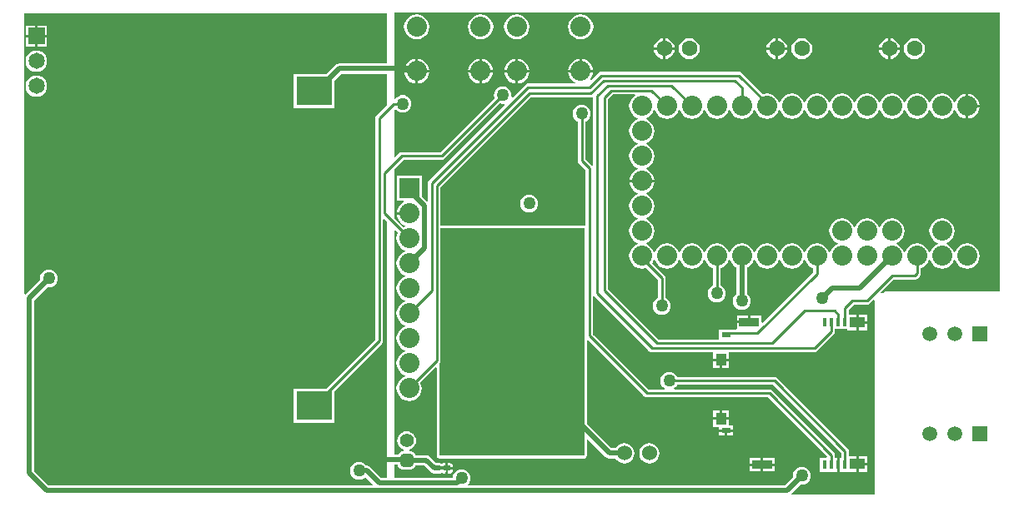
<source format=gbl>
G04 Layer_Physical_Order=2*
G04 Layer_Color=11436288*
%FSAX24Y24*%
%MOIN*%
G70*
G01*
G75*
%ADD10C,0.0100*%
%ADD27C,0.0200*%
G04:AMPARAMS|DCode=31|XSize=55.1mil|YSize=55.1mil|CornerRadius=16.5mil|HoleSize=0mil|Usage=FLASHONLY|Rotation=270.000|XOffset=0mil|YOffset=0mil|HoleType=Round|Shape=RoundedRectangle|*
%AMROUNDEDRECTD31*
21,1,0.0551,0.0220,0,0,270.0*
21,1,0.0220,0.0551,0,0,270.0*
1,1,0.0331,-0.0110,-0.0110*
1,1,0.0331,-0.0110,0.0110*
1,1,0.0331,0.0110,0.0110*
1,1,0.0331,0.0110,-0.0110*
%
%ADD31ROUNDEDRECTD31*%
%ADD32C,0.0551*%
%ADD33C,0.0630*%
%ADD34R,0.0591X0.0591*%
%ADD35C,0.0591*%
%ADD36C,0.0800*%
%ADD37R,0.0800X0.0800*%
%ADD38C,0.0650*%
%ADD39R,0.0650X0.0650*%
%ADD41C,0.0600*%
%ADD42C,0.0500*%
%ADD43C,0.0200*%
G04:AMPARAMS|DCode=44|XSize=30mil|YSize=20mil|CornerRadius=2mil|HoleSize=0mil|Usage=FLASHONLY|Rotation=0.000|XOffset=0mil|YOffset=0mil|HoleType=Round|Shape=RoundedRectangle|*
%AMROUNDEDRECTD44*
21,1,0.0300,0.0160,0,0,0.0*
21,1,0.0260,0.0200,0,0,0.0*
1,1,0.0040,0.0130,-0.0080*
1,1,0.0040,-0.0130,-0.0080*
1,1,0.0040,-0.0130,0.0080*
1,1,0.0040,0.0130,0.0080*
%
%ADD44ROUNDEDRECTD44*%
%ADD45R,0.0180X0.0360*%
%ADD46R,0.0350X0.0200*%
%ADD47R,0.0600X0.0440*%
%ADD48R,0.0790X0.0350*%
%ADD49R,0.0430X0.0470*%
%ADD50R,0.1417X0.1181*%
%ADD51R,0.0140X0.0160*%
G36*
X032747Y037736D02*
Y035038D01*
X032741Y035033D01*
X032697Y035019D01*
X032453Y035263D01*
Y036785D01*
X032477Y036794D01*
X032550Y036850D01*
X032606Y036923D01*
X032641Y037009D01*
X032653Y037100D01*
X032641Y037191D01*
X032606Y037277D01*
X032550Y037350D01*
X032477Y037406D01*
X032391Y037441D01*
X032300Y037453D01*
X032209Y037441D01*
X032123Y037406D01*
X032050Y037350D01*
X031994Y037277D01*
X031959Y037191D01*
X031947Y037100D01*
X031959Y037009D01*
X031994Y036923D01*
X032050Y036850D01*
X032123Y036794D01*
X032147Y036785D01*
Y035200D01*
X032159Y035141D01*
X032192Y035092D01*
X032447Y034837D01*
Y032644D01*
X032400Y032602D01*
X026653D01*
Y034137D01*
X030263Y037747D01*
X032633D01*
X032691Y037759D01*
X032697Y037763D01*
X032747Y037736D01*
D02*
G37*
G36*
X049000Y029982D02*
X044488D01*
X044420Y029968D01*
X044362Y029929D01*
X044342Y029900D01*
X044282D01*
X044262Y029946D01*
X044763Y030447D01*
X045600D01*
X045659Y030459D01*
X045708Y030492D01*
X045808Y030592D01*
X045841Y030641D01*
X045853Y030700D01*
Y030922D01*
X045952Y030963D01*
X046057Y031043D01*
X046137Y031148D01*
X046173Y031235D01*
X046227D01*
X046263Y031148D01*
X046343Y031043D01*
X046448Y030963D01*
X046569Y030913D01*
X046700Y030896D01*
X046831Y030913D01*
X046952Y030963D01*
X047057Y031043D01*
X047137Y031148D01*
X047173Y031235D01*
X047227D01*
X047263Y031148D01*
X047343Y031043D01*
X047448Y030963D01*
X047569Y030913D01*
X047700Y030896D01*
X047831Y030913D01*
X047952Y030963D01*
X048057Y031043D01*
X048137Y031148D01*
X048187Y031269D01*
X048204Y031400D01*
X048187Y031531D01*
X048137Y031652D01*
X048057Y031757D01*
X047952Y031837D01*
X047831Y031887D01*
X047700Y031904D01*
X047569Y031887D01*
X047448Y031837D01*
X047343Y031757D01*
X047263Y031652D01*
X047227Y031565D01*
X047173D01*
X047137Y031652D01*
X047057Y031757D01*
X046952Y031837D01*
X046865Y031873D01*
Y031927D01*
X046952Y031963D01*
X047057Y032043D01*
X047137Y032148D01*
X047187Y032269D01*
X047204Y032400D01*
X047187Y032531D01*
X047137Y032652D01*
X047057Y032757D01*
X046952Y032837D01*
X046831Y032887D01*
X046700Y032904D01*
X046569Y032887D01*
X046448Y032837D01*
X046343Y032757D01*
X046263Y032652D01*
X046213Y032531D01*
X046196Y032400D01*
X046213Y032269D01*
X046263Y032148D01*
X046343Y032043D01*
X046448Y031963D01*
X046535Y031927D01*
Y031873D01*
X046448Y031837D01*
X046343Y031757D01*
X046263Y031652D01*
X046227Y031565D01*
X046173D01*
X046137Y031652D01*
X046057Y031757D01*
X045952Y031837D01*
X045831Y031887D01*
X045700Y031904D01*
X045569Y031887D01*
X045448Y031837D01*
X045343Y031757D01*
X045263Y031652D01*
X045227Y031565D01*
X045173D01*
X045137Y031652D01*
X045057Y031757D01*
X044952Y031837D01*
X044865Y031873D01*
Y031927D01*
X044952Y031963D01*
X045057Y032043D01*
X045137Y032148D01*
X045187Y032269D01*
X045204Y032400D01*
X045187Y032531D01*
X045137Y032652D01*
X045057Y032757D01*
X044952Y032837D01*
X044831Y032887D01*
X044700Y032904D01*
X044569Y032887D01*
X044448Y032837D01*
X044343Y032757D01*
X044263Y032652D01*
X044227Y032565D01*
X044173D01*
X044137Y032652D01*
X044057Y032757D01*
X043952Y032837D01*
X043831Y032887D01*
X043700Y032904D01*
X043569Y032887D01*
X043448Y032837D01*
X043343Y032757D01*
X043263Y032652D01*
X043227Y032565D01*
X043173D01*
X043137Y032652D01*
X043057Y032757D01*
X042952Y032837D01*
X042831Y032887D01*
X042700Y032904D01*
X042569Y032887D01*
X042448Y032837D01*
X042343Y032757D01*
X042263Y032652D01*
X042213Y032531D01*
X042196Y032400D01*
X042213Y032269D01*
X042263Y032148D01*
X042343Y032043D01*
X042448Y031963D01*
X042535Y031927D01*
Y031873D01*
X042448Y031837D01*
X042343Y031757D01*
X042263Y031652D01*
X042227Y031565D01*
X042173D01*
X042137Y031652D01*
X042057Y031757D01*
X041952Y031837D01*
X041831Y031887D01*
X041700Y031904D01*
X041569Y031887D01*
X041448Y031837D01*
X041343Y031757D01*
X041263Y031652D01*
X041227Y031565D01*
X041173D01*
X041137Y031652D01*
X041057Y031757D01*
X040952Y031837D01*
X040831Y031887D01*
X040700Y031904D01*
X040569Y031887D01*
X040448Y031837D01*
X040343Y031757D01*
X040263Y031652D01*
X040227Y031565D01*
X040173D01*
X040137Y031652D01*
X040057Y031757D01*
X039952Y031837D01*
X039831Y031887D01*
X039700Y031904D01*
X039569Y031887D01*
X039448Y031837D01*
X039343Y031757D01*
X039263Y031652D01*
X039227Y031565D01*
X039173D01*
X039137Y031652D01*
X039057Y031757D01*
X038952Y031837D01*
X038831Y031887D01*
X038700Y031904D01*
X038569Y031887D01*
X038448Y031837D01*
X038343Y031757D01*
X038263Y031652D01*
X038227Y031565D01*
X038173D01*
X038137Y031652D01*
X038057Y031757D01*
X037952Y031837D01*
X037831Y031887D01*
X037700Y031904D01*
X037569Y031887D01*
X037448Y031837D01*
X037343Y031757D01*
X037263Y031652D01*
X037227Y031565D01*
X037173D01*
X037137Y031652D01*
X037057Y031757D01*
X036952Y031837D01*
X036831Y031887D01*
X036700Y031904D01*
X036569Y031887D01*
X036448Y031837D01*
X036343Y031757D01*
X036263Y031652D01*
X036227Y031565D01*
X036173D01*
X036137Y031652D01*
X036057Y031757D01*
X035952Y031837D01*
X035831Y031887D01*
X035700Y031904D01*
X035569Y031887D01*
X035448Y031837D01*
X035343Y031757D01*
X035263Y031652D01*
X035227Y031565D01*
X035173D01*
X035137Y031652D01*
X035057Y031757D01*
X034952Y031837D01*
X034865Y031873D01*
Y031927D01*
X034952Y031963D01*
X035057Y032043D01*
X035137Y032148D01*
X035187Y032269D01*
X035204Y032400D01*
X035187Y032531D01*
X035137Y032652D01*
X035057Y032757D01*
X034952Y032837D01*
X034865Y032873D01*
Y032927D01*
X034952Y032963D01*
X035057Y033043D01*
X035137Y033148D01*
X035187Y033269D01*
X035204Y033400D01*
X035187Y033531D01*
X035137Y033652D01*
X035057Y033757D01*
X034952Y033837D01*
X034865Y033873D01*
Y033927D01*
X034952Y033963D01*
X035057Y034043D01*
X035137Y034148D01*
X035187Y034269D01*
X035198Y034350D01*
X034202D01*
X034213Y034269D01*
X034263Y034148D01*
X034343Y034043D01*
X034448Y033963D01*
X034535Y033927D01*
Y033873D01*
X034448Y033837D01*
X034343Y033757D01*
X034263Y033652D01*
X034213Y033531D01*
X034196Y033400D01*
X034213Y033269D01*
X034263Y033148D01*
X034343Y033043D01*
X034448Y032963D01*
X034535Y032927D01*
Y032873D01*
X034448Y032837D01*
X034343Y032757D01*
X034263Y032652D01*
X034213Y032531D01*
X034196Y032400D01*
X034213Y032269D01*
X034263Y032148D01*
X034343Y032043D01*
X034448Y031963D01*
X034535Y031927D01*
Y031873D01*
X034448Y031837D01*
X034343Y031757D01*
X034263Y031652D01*
X034213Y031531D01*
X034196Y031400D01*
X034213Y031269D01*
X034263Y031148D01*
X034343Y031043D01*
X034448Y030963D01*
X034569Y030913D01*
X034700Y030896D01*
X034831Y030913D01*
X034859Y030925D01*
X035347Y030437D01*
Y029715D01*
X035323Y029706D01*
X035250Y029650D01*
X035194Y029577D01*
X035159Y029491D01*
X035147Y029400D01*
X035159Y029309D01*
X035194Y029223D01*
X035250Y029150D01*
X035323Y029094D01*
X035409Y029059D01*
X035500Y029047D01*
X035591Y029059D01*
X035677Y029094D01*
X035750Y029150D01*
X035806Y029223D01*
X035841Y029309D01*
X035853Y029400D01*
X035841Y029491D01*
X035806Y029577D01*
X035750Y029650D01*
X035677Y029706D01*
X035653Y029715D01*
Y030500D01*
X035641Y030559D01*
X035608Y030608D01*
X035107Y031109D01*
X035137Y031148D01*
X035173Y031235D01*
X035227D01*
X035263Y031148D01*
X035343Y031043D01*
X035448Y030963D01*
X035569Y030913D01*
X035700Y030896D01*
X035831Y030913D01*
X035952Y030963D01*
X036057Y031043D01*
X036137Y031148D01*
X036173Y031235D01*
X036227D01*
X036263Y031148D01*
X036343Y031043D01*
X036448Y030963D01*
X036569Y030913D01*
X036700Y030896D01*
X036831Y030913D01*
X036952Y030963D01*
X037057Y031043D01*
X037137Y031148D01*
X037173Y031235D01*
X037227D01*
X037263Y031148D01*
X037343Y031043D01*
X037448Y030963D01*
X037547Y030922D01*
Y030215D01*
X037523Y030206D01*
X037450Y030150D01*
X037394Y030077D01*
X037359Y029991D01*
X037347Y029900D01*
X037359Y029809D01*
X037394Y029723D01*
X037450Y029650D01*
X037523Y029594D01*
X037609Y029559D01*
X037700Y029547D01*
X037791Y029559D01*
X037877Y029594D01*
X037950Y029650D01*
X038006Y029723D01*
X038041Y029809D01*
X038053Y029900D01*
X038041Y029991D01*
X038006Y030077D01*
X037950Y030150D01*
X037877Y030206D01*
X037853Y030215D01*
Y030922D01*
X037952Y030963D01*
X038057Y031043D01*
X038137Y031148D01*
X038173Y031235D01*
X038227D01*
X038263Y031148D01*
X038343Y031043D01*
X038448Y030963D01*
X038496Y030943D01*
Y029885D01*
X038450Y029850D01*
X038394Y029777D01*
X038359Y029691D01*
X038347Y029600D01*
X038359Y029509D01*
X038394Y029423D01*
X038450Y029350D01*
X038523Y029294D01*
X038609Y029259D01*
X038700Y029247D01*
X038791Y029259D01*
X038877Y029294D01*
X038950Y029350D01*
X039006Y029423D01*
X039041Y029509D01*
X039053Y029600D01*
X039041Y029691D01*
X039006Y029777D01*
X038950Y029850D01*
X038904Y029885D01*
Y030943D01*
X038952Y030963D01*
X039057Y031043D01*
X039137Y031148D01*
X039173Y031235D01*
X039227D01*
X039263Y031148D01*
X039343Y031043D01*
X039448Y030963D01*
X039569Y030913D01*
X039700Y030896D01*
X039831Y030913D01*
X039952Y030963D01*
X040057Y031043D01*
X040137Y031148D01*
X040173Y031235D01*
X040227D01*
X040263Y031148D01*
X040343Y031043D01*
X040448Y030963D01*
X040569Y030913D01*
X040700Y030896D01*
X040831Y030913D01*
X040952Y030963D01*
X041057Y031043D01*
X041137Y031148D01*
X041173Y031235D01*
X041227D01*
X041263Y031148D01*
X041343Y031043D01*
X041448Y030963D01*
X041547Y030922D01*
Y030741D01*
X039535Y028730D01*
X039489Y028749D01*
Y029029D01*
X039044D01*
Y028754D01*
X038994D01*
Y028704D01*
X038499D01*
Y028479D01*
X038460Y028453D01*
X038067D01*
X038064Y028452D01*
X037792D01*
Y028053D01*
X035363D01*
X033353Y030063D01*
Y037697D01*
X033533Y037877D01*
X034420D01*
X034435Y037827D01*
X034343Y037757D01*
X034263Y037652D01*
X034213Y037531D01*
X034196Y037400D01*
X034213Y037269D01*
X034263Y037148D01*
X034343Y037043D01*
X034448Y036963D01*
X034535Y036927D01*
Y036873D01*
X034448Y036837D01*
X034343Y036757D01*
X034263Y036652D01*
X034213Y036531D01*
X034196Y036400D01*
X034213Y036269D01*
X034263Y036148D01*
X034343Y036043D01*
X034448Y035963D01*
X034535Y035927D01*
Y035873D01*
X034448Y035837D01*
X034343Y035757D01*
X034263Y035652D01*
X034213Y035531D01*
X034196Y035400D01*
X034213Y035269D01*
X034263Y035148D01*
X034343Y035043D01*
X034448Y034963D01*
X034535Y034927D01*
Y034873D01*
X034448Y034837D01*
X034343Y034757D01*
X034263Y034652D01*
X034213Y034531D01*
X034202Y034450D01*
X035198D01*
X035187Y034531D01*
X035137Y034652D01*
X035057Y034757D01*
X034952Y034837D01*
X034865Y034873D01*
Y034927D01*
X034952Y034963D01*
X035057Y035043D01*
X035137Y035148D01*
X035187Y035269D01*
X035204Y035400D01*
X035187Y035531D01*
X035137Y035652D01*
X035057Y035757D01*
X034952Y035837D01*
X034865Y035873D01*
Y035927D01*
X034952Y035963D01*
X035057Y036043D01*
X035137Y036148D01*
X035187Y036269D01*
X035204Y036400D01*
X035187Y036531D01*
X035137Y036652D01*
X035057Y036757D01*
X034952Y036837D01*
X034865Y036873D01*
Y036927D01*
X034952Y036963D01*
X035057Y037043D01*
X035137Y037148D01*
X035173Y037235D01*
X035227D01*
X035263Y037148D01*
X035343Y037043D01*
X035448Y036963D01*
X035569Y036913D01*
X035700Y036896D01*
X035831Y036913D01*
X035952Y036963D01*
X036057Y037043D01*
X036137Y037148D01*
X036173Y037235D01*
X036227D01*
X036263Y037148D01*
X036343Y037043D01*
X036448Y036963D01*
X036569Y036913D01*
X036700Y036896D01*
X036831Y036913D01*
X036952Y036963D01*
X037057Y037043D01*
X037137Y037148D01*
X037173Y037235D01*
X037227D01*
X037263Y037148D01*
X037343Y037043D01*
X037448Y036963D01*
X037569Y036913D01*
X037700Y036896D01*
X037831Y036913D01*
X037952Y036963D01*
X038057Y037043D01*
X038137Y037148D01*
X038173Y037235D01*
X038227D01*
X038263Y037148D01*
X038343Y037043D01*
X038448Y036963D01*
X038569Y036913D01*
X038700Y036896D01*
X038831Y036913D01*
X038952Y036963D01*
X039057Y037043D01*
X039137Y037148D01*
X039173Y037235D01*
X039227D01*
X039263Y037148D01*
X039343Y037043D01*
X039448Y036963D01*
X039569Y036913D01*
X039700Y036896D01*
X039831Y036913D01*
X039952Y036963D01*
X040057Y037043D01*
X040137Y037148D01*
X040173Y037235D01*
X040227D01*
X040263Y037148D01*
X040343Y037043D01*
X040448Y036963D01*
X040569Y036913D01*
X040700Y036896D01*
X040831Y036913D01*
X040952Y036963D01*
X041057Y037043D01*
X041137Y037148D01*
X041173Y037235D01*
X041227D01*
X041263Y037148D01*
X041343Y037043D01*
X041448Y036963D01*
X041569Y036913D01*
X041700Y036896D01*
X041831Y036913D01*
X041952Y036963D01*
X042057Y037043D01*
X042137Y037148D01*
X042173Y037235D01*
X042227D01*
X042263Y037148D01*
X042343Y037043D01*
X042448Y036963D01*
X042569Y036913D01*
X042700Y036896D01*
X042831Y036913D01*
X042952Y036963D01*
X043057Y037043D01*
X043137Y037148D01*
X043173Y037235D01*
X043227D01*
X043263Y037148D01*
X043343Y037043D01*
X043448Y036963D01*
X043569Y036913D01*
X043700Y036896D01*
X043831Y036913D01*
X043952Y036963D01*
X044057Y037043D01*
X044137Y037148D01*
X044173Y037235D01*
X044227D01*
X044263Y037148D01*
X044343Y037043D01*
X044448Y036963D01*
X044569Y036913D01*
X044700Y036896D01*
X044831Y036913D01*
X044952Y036963D01*
X045057Y037043D01*
X045137Y037148D01*
X045173Y037235D01*
X045227D01*
X045263Y037148D01*
X045343Y037043D01*
X045448Y036963D01*
X045569Y036913D01*
X045700Y036896D01*
X045831Y036913D01*
X045952Y036963D01*
X046057Y037043D01*
X046137Y037148D01*
X046173Y037235D01*
X046227D01*
X046263Y037148D01*
X046343Y037043D01*
X046448Y036963D01*
X046569Y036913D01*
X046700Y036896D01*
X046831Y036913D01*
X046952Y036963D01*
X047057Y037043D01*
X047137Y037148D01*
X047173Y037235D01*
X047227D01*
X047263Y037148D01*
X047343Y037043D01*
X047448Y036963D01*
X047569Y036913D01*
X047650Y036902D01*
Y037400D01*
Y037898D01*
X047569Y037887D01*
X047448Y037837D01*
X047343Y037757D01*
X047263Y037652D01*
X047227Y037565D01*
X047173D01*
X047137Y037652D01*
X047057Y037757D01*
X046952Y037837D01*
X046831Y037887D01*
X046700Y037904D01*
X046569Y037887D01*
X046448Y037837D01*
X046343Y037757D01*
X046263Y037652D01*
X046227Y037565D01*
X046173D01*
X046137Y037652D01*
X046057Y037757D01*
X045952Y037837D01*
X045831Y037887D01*
X045700Y037904D01*
X045569Y037887D01*
X045448Y037837D01*
X045343Y037757D01*
X045263Y037652D01*
X045227Y037565D01*
X045173D01*
X045137Y037652D01*
X045057Y037757D01*
X044952Y037837D01*
X044831Y037887D01*
X044700Y037904D01*
X044569Y037887D01*
X044448Y037837D01*
X044343Y037757D01*
X044263Y037652D01*
X044227Y037565D01*
X044173D01*
X044137Y037652D01*
X044057Y037757D01*
X043952Y037837D01*
X043831Y037887D01*
X043700Y037904D01*
X043569Y037887D01*
X043448Y037837D01*
X043343Y037757D01*
X043263Y037652D01*
X043227Y037565D01*
X043173D01*
X043137Y037652D01*
X043057Y037757D01*
X042952Y037837D01*
X042831Y037887D01*
X042700Y037904D01*
X042569Y037887D01*
X042448Y037837D01*
X042343Y037757D01*
X042263Y037652D01*
X042227Y037565D01*
X042173D01*
X042137Y037652D01*
X042057Y037757D01*
X041952Y037837D01*
X041831Y037887D01*
X041700Y037904D01*
X041569Y037887D01*
X041448Y037837D01*
X041343Y037757D01*
X041263Y037652D01*
X041227Y037565D01*
X041173D01*
X041137Y037652D01*
X041057Y037757D01*
X040952Y037837D01*
X040831Y037887D01*
X040700Y037904D01*
X040569Y037887D01*
X040448Y037837D01*
X040343Y037757D01*
X040263Y037652D01*
X040227Y037565D01*
X040173D01*
X040137Y037652D01*
X040057Y037757D01*
X039952Y037837D01*
X039831Y037887D01*
X039700Y037904D01*
X039569Y037887D01*
X039541Y037875D01*
X038678Y038738D01*
X038629Y038771D01*
X038570Y038783D01*
X033080D01*
X033021Y038771D01*
X032972Y038738D01*
X032684Y038450D01*
X032646Y038483D01*
X032696Y038548D01*
X032746Y038669D01*
X032757Y038750D01*
X031761D01*
X031772Y038669D01*
X031822Y038548D01*
X031902Y038443D01*
X032007Y038363D01*
X032032Y038353D01*
X032022Y038303D01*
X030150D01*
X030091Y038291D01*
X030042Y038258D01*
X029531Y037748D01*
X029484Y037771D01*
X029493Y037840D01*
X029481Y037931D01*
X029446Y038017D01*
X029390Y038090D01*
X029317Y038146D01*
X029231Y038181D01*
X029140Y038193D01*
X029049Y038181D01*
X028963Y038146D01*
X028890Y038090D01*
X028834Y038017D01*
X028799Y037931D01*
X028787Y037840D01*
X028799Y037749D01*
X028809Y037725D01*
X026637Y035553D01*
X025100D01*
X025051Y035543D01*
X025041Y035541D01*
X024992Y035508D01*
X024846Y035362D01*
X024800Y035382D01*
Y037234D01*
X024823Y037254D01*
X024887Y037248D01*
X024891Y037242D01*
X024964Y037186D01*
X025050Y037150D01*
X025141Y037138D01*
X025232Y037150D01*
X025317Y037186D01*
X025391Y037242D01*
X025447Y037315D01*
X025482Y037400D01*
X025494Y037491D01*
X025482Y037583D01*
X025447Y037668D01*
X025391Y037741D01*
X025317Y037797D01*
X025232Y037832D01*
X025141Y037844D01*
X025050Y037832D01*
X024964Y037797D01*
X024891Y037741D01*
X024850Y037687D01*
X024800Y037704D01*
Y041160D01*
X049000D01*
Y029982D01*
D02*
G37*
G36*
X032400Y023400D02*
X026600D01*
Y027084D01*
X026608Y027092D01*
X026641Y027141D01*
X026653Y027200D01*
Y032500D01*
X032400D01*
Y023400D01*
D02*
G37*
G36*
X024500Y039104D02*
X022600D01*
X022522Y039088D01*
X022456Y039044D01*
X022101Y038690D01*
X020791D01*
Y037309D01*
X022409D01*
Y038420D01*
X022684Y038696D01*
X024500D01*
Y037416D01*
X024092Y037008D01*
X024059Y036959D01*
X024047Y036900D01*
Y028064D01*
X022074Y026091D01*
X020791D01*
Y024710D01*
X022409D01*
Y025993D01*
X024308Y027893D01*
X024341Y027942D01*
X024353Y028001D01*
Y032865D01*
X024399Y032885D01*
X024500Y032784D01*
Y022504D01*
X024284D01*
X023844Y022944D01*
X023778Y022988D01*
X023700Y023004D01*
X023685D01*
X023650Y023050D01*
X023577Y023106D01*
X023491Y023141D01*
X023400Y023153D01*
X023309Y023141D01*
X023223Y023106D01*
X023150Y023050D01*
X023094Y022977D01*
X023059Y022891D01*
X023047Y022800D01*
X023059Y022709D01*
X023094Y022623D01*
X023150Y022550D01*
X023223Y022494D01*
X023309Y022459D01*
X023400Y022447D01*
X023491Y022459D01*
X023577Y022494D01*
X023650Y022550D01*
X023661Y022551D01*
X023962Y022250D01*
X023942Y022204D01*
X010984D01*
X010404Y022784D01*
Y029616D01*
X010943Y030155D01*
X011000Y030147D01*
X011091Y030159D01*
X011177Y030194D01*
X011250Y030250D01*
X011306Y030323D01*
X011341Y030409D01*
X011353Y030500D01*
X011341Y030591D01*
X011306Y030677D01*
X011250Y030750D01*
X011177Y030806D01*
X011091Y030841D01*
X011000Y030853D01*
X010909Y030841D01*
X010823Y030806D01*
X010750Y030750D01*
X010694Y030677D01*
X010659Y030591D01*
X010647Y030500D01*
X010654Y030443D01*
X010071Y029859D01*
X010021Y029880D01*
Y041100D01*
X024500D01*
Y039104D01*
D02*
G37*
G36*
X029049Y037499D02*
X029140Y037487D01*
X029209Y037496D01*
X029232Y037449D01*
X026192Y034408D01*
X026159Y034359D01*
X026147Y034300D01*
Y033612D01*
X026097Y033591D01*
X025900Y033788D01*
Y034600D01*
X024900D01*
Y033600D01*
X025170D01*
X025180Y033550D01*
X025148Y033537D01*
X025043Y033457D01*
X024963Y033352D01*
X024913Y033231D01*
X024902Y033150D01*
X025400D01*
Y033050D01*
X024902D01*
X024913Y032969D01*
X024963Y032848D01*
X025043Y032743D01*
X025148Y032663D01*
X025235Y032627D01*
Y032573D01*
X025170Y032546D01*
X024800Y032916D01*
Y034884D01*
X025163Y035247D01*
X026700D01*
X026759Y035259D01*
X026808Y035292D01*
X029025Y037509D01*
X029049Y037499D01*
D02*
G37*
G36*
X024954Y032330D02*
X024913Y032231D01*
X024896Y032100D01*
X024913Y031969D01*
X024963Y031848D01*
X025043Y031743D01*
X025148Y031663D01*
X025235Y031627D01*
Y031573D01*
X025148Y031537D01*
X025043Y031457D01*
X024963Y031352D01*
X024913Y031231D01*
X024896Y031100D01*
X024913Y030969D01*
X024963Y030848D01*
X025043Y030743D01*
X025148Y030663D01*
X025235Y030627D01*
Y030573D01*
X025148Y030537D01*
X025043Y030457D01*
X024963Y030352D01*
X024913Y030231D01*
X024896Y030100D01*
X024913Y029969D01*
X024963Y029848D01*
X025043Y029743D01*
X025148Y029663D01*
X025235Y029627D01*
Y029573D01*
X025148Y029537D01*
X025043Y029457D01*
X024963Y029352D01*
X024913Y029231D01*
X024896Y029100D01*
X024913Y028969D01*
X024963Y028848D01*
X025043Y028743D01*
X025148Y028663D01*
X025235Y028627D01*
Y028573D01*
X025148Y028537D01*
X025043Y028457D01*
X024963Y028352D01*
X024913Y028231D01*
X024896Y028100D01*
X024913Y027969D01*
X024963Y027848D01*
X025043Y027743D01*
X025148Y027663D01*
X025235Y027627D01*
Y027573D01*
X025148Y027537D01*
X025043Y027457D01*
X024963Y027352D01*
X024913Y027231D01*
X024896Y027100D01*
X024913Y026969D01*
X024963Y026848D01*
X025043Y026743D01*
X025148Y026663D01*
X025235Y026627D01*
Y026573D01*
X025148Y026537D01*
X025043Y026457D01*
X024963Y026352D01*
X024913Y026231D01*
X024896Y026100D01*
X024913Y025969D01*
X024963Y025848D01*
X025043Y025743D01*
X025148Y025663D01*
X025269Y025613D01*
X025400Y025596D01*
X025531Y025613D01*
X025652Y025663D01*
X025757Y025743D01*
X025837Y025848D01*
X025887Y025969D01*
X025904Y026100D01*
X025887Y026231D01*
X025846Y026330D01*
X026452Y026936D01*
X026498Y026916D01*
Y023400D01*
X026506Y023361D01*
X026528Y023328D01*
X026561Y023306D01*
X026600Y023298D01*
X032400D01*
X032439Y023306D01*
X032472Y023328D01*
X032494Y023361D01*
X032502Y023400D01*
Y024044D01*
X032548Y024063D01*
X033256Y023356D01*
X033322Y023312D01*
X033400Y023296D01*
X033652D01*
X033715Y023215D01*
X033798Y023151D01*
X033896Y023110D01*
X034000Y023097D01*
X034104Y023110D01*
X034202Y023151D01*
X034285Y023215D01*
X034349Y023298D01*
X034390Y023396D01*
X034403Y023500D01*
X034390Y023604D01*
X034349Y023702D01*
X034285Y023785D01*
X034202Y023849D01*
X034104Y023890D01*
X034000Y023903D01*
X033896Y023890D01*
X033798Y023849D01*
X033715Y023785D01*
X033652Y023704D01*
X033484D01*
X032502Y024686D01*
Y028016D01*
X032548Y028036D01*
X034792Y025792D01*
X034841Y025759D01*
X034900Y025747D01*
X039737D01*
X042111Y023373D01*
X042094Y023323D01*
X041810D01*
Y022763D01*
X042501D01*
Y023043D01*
Y023323D01*
X042429D01*
Y023424D01*
X042417Y023483D01*
X042384Y023533D01*
X039908Y026008D01*
X039859Y026041D01*
X039800Y026053D01*
X036001D01*
X035988Y026103D01*
X036050Y026150D01*
X036106Y026223D01*
X036115Y026247D01*
X039937D01*
X042674Y023510D01*
Y023323D01*
X042601D01*
Y023043D01*
Y022763D01*
X042925D01*
Y022747D01*
X043275D01*
Y023067D01*
Y023387D01*
X042980D01*
Y023573D01*
X042968Y023632D01*
X042935Y023681D01*
X040108Y026508D01*
X040059Y026541D01*
X040000Y026553D01*
X036115D01*
X036106Y026577D01*
X036050Y026650D01*
X035977Y026706D01*
X035891Y026741D01*
X035800Y026753D01*
X035709Y026741D01*
X035623Y026706D01*
X035550Y026650D01*
X035494Y026577D01*
X035459Y026491D01*
X035447Y026400D01*
X035459Y026309D01*
X035494Y026223D01*
X035550Y026150D01*
X035612Y026103D01*
X035599Y026053D01*
X034963D01*
X032753Y028263D01*
Y029762D01*
X032759Y029767D01*
X032803Y029781D01*
X034992Y027592D01*
X035041Y027559D01*
X035100Y027547D01*
X037556D01*
Y027298D01*
X038186D01*
Y027547D01*
X041600D01*
X041659Y027559D01*
X041708Y027592D01*
X042384Y028267D01*
X042417Y028317D01*
X042429Y028376D01*
Y028477D01*
X042925D01*
Y028413D01*
X043275D01*
Y028733D01*
Y029053D01*
X042980D01*
Y029263D01*
X043163Y029447D01*
X043700D01*
X043759Y029459D01*
X043808Y029492D01*
X043954Y029638D01*
X044000Y029618D01*
Y021832D01*
X040691D01*
X040670Y021882D01*
X041043Y022255D01*
X041100Y022247D01*
X041191Y022259D01*
X041277Y022294D01*
X041350Y022350D01*
X041406Y022423D01*
X041441Y022509D01*
X041453Y022600D01*
X041441Y022691D01*
X041406Y022777D01*
X041350Y022850D01*
X041277Y022906D01*
X041191Y022941D01*
X041100Y022953D01*
X041009Y022941D01*
X040923Y022906D01*
X040850Y022850D01*
X040794Y022777D01*
X040759Y022691D01*
X040747Y022600D01*
X040754Y022543D01*
X040416Y022204D01*
X027765D01*
X027757Y022229D01*
X027752Y022254D01*
X027806Y022323D01*
X027841Y022409D01*
X027853Y022500D01*
X027841Y022591D01*
X027806Y022677D01*
X027750Y022750D01*
X027677Y022806D01*
X027591Y022841D01*
X027500Y022853D01*
X027409Y022841D01*
X027323Y022806D01*
X027250Y022750D01*
X027194Y022677D01*
X027159Y022591D01*
X027148Y022504D01*
X024800D01*
Y023046D01*
X024930D01*
X024931Y023033D01*
X024958Y022969D01*
X025001Y022913D01*
X025056Y022871D01*
X025120Y022844D01*
X025190Y022835D01*
X025410D01*
X025480Y022844D01*
X025544Y022871D01*
X025599Y022913D01*
X025642Y022969D01*
X025659Y023009D01*
X026003D01*
X026256Y022756D01*
X026279Y022740D01*
X026283Y022733D01*
X026323Y022707D01*
X026370Y022698D01*
X026392D01*
X026400Y022696D01*
X026500D01*
X026508Y022698D01*
X026630D01*
X026677Y022707D01*
X026693Y022718D01*
X026707D01*
X026723Y022707D01*
X026770Y022698D01*
X026850D01*
Y022760D01*
X026864Y022781D01*
X026872Y022820D01*
Y022900D01*
Y022980D01*
X026864Y023019D01*
X026850Y023040D01*
Y023102D01*
X026770D01*
X026723Y023093D01*
X026707Y023082D01*
X026693D01*
X026677Y023093D01*
X026630Y023102D01*
X026508D01*
X026500Y023104D01*
X026484D01*
X026232Y023357D01*
X026165Y023401D01*
X026087Y023417D01*
X025659D01*
X025642Y023457D01*
X025599Y023512D01*
X025544Y023555D01*
X025480Y023581D01*
X025420Y023589D01*
X025411Y023617D01*
X025412Y023640D01*
X025489Y023672D01*
X025568Y023732D01*
X025628Y023811D01*
X025666Y023902D01*
X025679Y024000D01*
X025666Y024098D01*
X025628Y024189D01*
X025568Y024268D01*
X025489Y024328D01*
X025398Y024366D01*
X025300Y024379D01*
X025202Y024366D01*
X025111Y024328D01*
X025032Y024268D01*
X024972Y024189D01*
X024934Y024098D01*
X024921Y024000D01*
X024934Y023902D01*
X024972Y023811D01*
X025032Y023732D01*
X025111Y023672D01*
X025188Y023640D01*
X025189Y023617D01*
X025180Y023589D01*
X025120Y023581D01*
X025056Y023555D01*
X025001Y023512D01*
X024958Y023457D01*
X024957Y023454D01*
X024800D01*
Y032418D01*
X024846Y032438D01*
X024954Y032330D01*
D02*
G37*
%LPC*%
G36*
X030200Y033853D02*
X030109Y033841D01*
X030023Y033806D01*
X029950Y033750D01*
X029894Y033677D01*
X029859Y033591D01*
X029847Y033500D01*
X029859Y033409D01*
X029894Y033323D01*
X029950Y033250D01*
X030023Y033194D01*
X030109Y033159D01*
X030200Y033147D01*
X030291Y033159D01*
X030377Y033194D01*
X030450Y033250D01*
X030506Y033323D01*
X030541Y033409D01*
X030553Y033500D01*
X030541Y033591D01*
X030506Y033677D01*
X030450Y033750D01*
X030377Y033806D01*
X030291Y033841D01*
X030200Y033853D01*
D02*
G37*
G36*
X028757Y038750D02*
X028309D01*
Y038302D01*
X028390Y038313D01*
X028511Y038363D01*
X028616Y038443D01*
X028696Y038548D01*
X028746Y038669D01*
X028757Y038750D01*
D02*
G37*
G36*
X043725Y028683D02*
X043375D01*
Y028413D01*
X043725D01*
Y028683D01*
D02*
G37*
G36*
Y029053D02*
X043375D01*
Y028783D01*
X043725D01*
Y029053D01*
D02*
G37*
G36*
X038944Y029029D02*
X038499D01*
Y028804D01*
X038944D01*
Y029029D01*
D02*
G37*
G36*
X048198Y037350D02*
X047750D01*
Y036902D01*
X047831Y036913D01*
X047952Y036963D01*
X048057Y037043D01*
X048137Y037148D01*
X048187Y037269D01*
X048198Y037350D01*
D02*
G37*
G36*
X047750Y037898D02*
Y037450D01*
X048198D01*
X048187Y037531D01*
X048137Y037652D01*
X048057Y037757D01*
X047952Y037837D01*
X047831Y037887D01*
X047750Y037898D01*
D02*
G37*
G36*
X010500Y038629D02*
X010389Y038614D01*
X010286Y038571D01*
X010197Y038503D01*
X010129Y038414D01*
X010086Y038311D01*
X010071Y038200D01*
X010086Y038089D01*
X010129Y037986D01*
X010197Y037897D01*
X010286Y037829D01*
X010389Y037786D01*
X010500Y037771D01*
X010611Y037786D01*
X010714Y037829D01*
X010803Y037897D01*
X010871Y037986D01*
X010914Y038089D01*
X010929Y038200D01*
X010914Y038311D01*
X010871Y038414D01*
X010803Y038503D01*
X010714Y038571D01*
X010611Y038614D01*
X010500Y038629D01*
D02*
G37*
G36*
X028209Y038750D02*
X027761D01*
X027772Y038669D01*
X027822Y038548D01*
X027902Y038443D01*
X028007Y038363D01*
X028129Y038313D01*
X028209Y038302D01*
Y038750D01*
D02*
G37*
G36*
X026198D02*
X025750D01*
Y038302D01*
X025831Y038313D01*
X025952Y038363D01*
X026057Y038443D01*
X026137Y038548D01*
X026187Y038669D01*
X026198Y038750D01*
D02*
G37*
G36*
X025650D02*
X025202D01*
X025213Y038669D01*
X025263Y038548D01*
X025343Y038443D01*
X025448Y038363D01*
X025569Y038313D01*
X025650Y038302D01*
Y038750D01*
D02*
G37*
G36*
X038186Y027198D02*
X037921D01*
Y026913D01*
X038186D01*
Y027198D01*
D02*
G37*
G36*
X027030Y023102D02*
X026950D01*
Y022950D01*
X027152D01*
Y022980D01*
X027143Y023027D01*
X027117Y023067D01*
X027077Y023093D01*
X027030Y023102D01*
D02*
G37*
G36*
X039456Y023321D02*
X039011D01*
Y023096D01*
X039456D01*
Y023321D01*
D02*
G37*
G36*
X040001D02*
X039556D01*
Y023096D01*
X040001D01*
Y023321D01*
D02*
G37*
G36*
Y022996D02*
X039556D01*
Y022771D01*
X040001D01*
Y022996D01*
D02*
G37*
G36*
X027152Y022850D02*
X026950D01*
Y022698D01*
X027030D01*
X027077Y022707D01*
X027117Y022733D01*
X027143Y022773D01*
X027152Y022820D01*
Y022850D01*
D02*
G37*
G36*
X043725Y023017D02*
X043375D01*
Y022747D01*
X043725D01*
Y023017D01*
D02*
G37*
G36*
X039456Y022996D02*
X039011D01*
Y022771D01*
X039456D01*
Y022996D01*
D02*
G37*
G36*
X035000Y023903D02*
X034896Y023890D01*
X034798Y023849D01*
X034715Y023785D01*
X034651Y023702D01*
X034610Y023604D01*
X034597Y023500D01*
X034610Y023396D01*
X034651Y023298D01*
X034715Y023215D01*
X034798Y023151D01*
X034896Y023110D01*
X035000Y023097D01*
X035104Y023110D01*
X035202Y023151D01*
X035285Y023215D01*
X035349Y023298D01*
X035390Y023396D01*
X035403Y023500D01*
X035390Y023604D01*
X035349Y023702D01*
X035285Y023785D01*
X035202Y023849D01*
X035104Y023890D01*
X035000Y023903D01*
D02*
G37*
G36*
X037821Y025221D02*
X037556D01*
Y024936D01*
X037821D01*
Y025221D01*
D02*
G37*
G36*
X038186D02*
X037921D01*
Y024936D01*
X038186D01*
Y025221D01*
D02*
G37*
G36*
X037821Y027198D02*
X037556D01*
Y026913D01*
X037821D01*
Y027198D01*
D02*
G37*
G36*
X038186Y024836D02*
X037556D01*
Y024551D01*
X037792D01*
Y024464D01*
X038342D01*
Y024614D01*
X038186D01*
Y024836D01*
D02*
G37*
G36*
X043725Y023387D02*
X043375D01*
Y023117D01*
X043725D01*
Y023387D01*
D02*
G37*
G36*
X038017Y024364D02*
X037792D01*
Y024214D01*
X038017D01*
Y024364D01*
D02*
G37*
G36*
X038342D02*
X038117D01*
Y024214D01*
X038342D01*
Y024364D01*
D02*
G37*
G36*
X029650Y038750D02*
X029202D01*
X029213Y038669D01*
X029263Y038548D01*
X029343Y038443D01*
X029448Y038363D01*
X029569Y038313D01*
X029650Y038302D01*
Y038750D01*
D02*
G37*
G36*
X040150Y040112D02*
Y039750D01*
X040512D01*
X040504Y039808D01*
X040462Y039909D01*
X040396Y039996D01*
X040309Y040062D01*
X040208Y040104D01*
X040150Y040112D01*
D02*
G37*
G36*
X040050D02*
X039992Y040104D01*
X039891Y040062D01*
X039804Y039996D01*
X039738Y039909D01*
X039696Y039808D01*
X039688Y039750D01*
X040050D01*
Y040112D01*
D02*
G37*
G36*
X044650D02*
Y039750D01*
X045012D01*
X045004Y039808D01*
X044962Y039909D01*
X044896Y039996D01*
X044809Y040062D01*
X044708Y040104D01*
X044650Y040112D01*
D02*
G37*
G36*
X044550D02*
X044492Y040104D01*
X044391Y040062D01*
X044304Y039996D01*
X044238Y039909D01*
X044196Y039808D01*
X044188Y039750D01*
X044550D01*
Y040112D01*
D02*
G37*
G36*
X045012Y039650D02*
X044650D01*
Y039288D01*
X044708Y039296D01*
X044809Y039338D01*
X044896Y039404D01*
X044962Y039491D01*
X045004Y039592D01*
X045012Y039650D01*
D02*
G37*
G36*
X044550D02*
X044188D01*
X044196Y039592D01*
X044238Y039491D01*
X044304Y039404D01*
X044391Y039338D01*
X044492Y039296D01*
X044550Y039288D01*
Y039650D01*
D02*
G37*
G36*
X035650Y040112D02*
Y039750D01*
X036012D01*
X036004Y039808D01*
X035962Y039909D01*
X035896Y039996D01*
X035809Y040062D01*
X035708Y040104D01*
X035650Y040112D01*
D02*
G37*
G36*
X035550D02*
X035492Y040104D01*
X035391Y040062D01*
X035304Y039996D01*
X035238Y039909D01*
X035196Y039808D01*
X035188Y039750D01*
X035550D01*
Y040112D01*
D02*
G37*
G36*
X032259Y041076D02*
X032129Y041059D01*
X032007Y041008D01*
X031902Y040928D01*
X031822Y040824D01*
X031772Y040702D01*
X031755Y040572D01*
X031772Y040441D01*
X031822Y040319D01*
X031902Y040215D01*
X032007Y040135D01*
X032129Y040085D01*
X032259Y040067D01*
X032390Y040085D01*
X032511Y040135D01*
X032616Y040215D01*
X032696Y040319D01*
X032746Y040441D01*
X032763Y040572D01*
X032746Y040702D01*
X032696Y040824D01*
X032616Y040928D01*
X032511Y041008D01*
X032390Y041059D01*
X032259Y041076D01*
D02*
G37*
G36*
X029700D02*
X029569Y041059D01*
X029448Y041008D01*
X029343Y040928D01*
X029263Y040824D01*
X029213Y040702D01*
X029196Y040572D01*
X029213Y040441D01*
X029263Y040319D01*
X029343Y040215D01*
X029448Y040135D01*
X029569Y040085D01*
X029700Y040067D01*
X029831Y040085D01*
X029952Y040135D01*
X030057Y040215D01*
X030137Y040319D01*
X030187Y040441D01*
X030204Y040572D01*
X030187Y040702D01*
X030137Y040824D01*
X030057Y040928D01*
X029952Y041008D01*
X029831Y041059D01*
X029700Y041076D01*
D02*
G37*
G36*
X010925Y040625D02*
X010550D01*
Y040250D01*
X010925D01*
Y040625D01*
D02*
G37*
G36*
X010450D02*
X010075D01*
Y040250D01*
X010450D01*
Y040625D01*
D02*
G37*
G36*
X010925Y040150D02*
X010550D01*
Y039775D01*
X010925D01*
Y040150D01*
D02*
G37*
G36*
X010450D02*
X010075D01*
Y039775D01*
X010450D01*
Y040150D01*
D02*
G37*
G36*
X028259Y041076D02*
X028129Y041059D01*
X028007Y041008D01*
X027902Y040928D01*
X027822Y040824D01*
X027772Y040702D01*
X027755Y040572D01*
X027772Y040441D01*
X027822Y040319D01*
X027902Y040215D01*
X028007Y040135D01*
X028129Y040085D01*
X028259Y040067D01*
X028390Y040085D01*
X028511Y040135D01*
X028616Y040215D01*
X028696Y040319D01*
X028746Y040441D01*
X028763Y040572D01*
X028746Y040702D01*
X028696Y040824D01*
X028616Y040928D01*
X028511Y041008D01*
X028390Y041059D01*
X028259Y041076D01*
D02*
G37*
G36*
X025700D02*
X025569Y041059D01*
X025448Y041008D01*
X025343Y040928D01*
X025263Y040824D01*
X025213Y040702D01*
X025196Y040572D01*
X025213Y040441D01*
X025263Y040319D01*
X025343Y040215D01*
X025448Y040135D01*
X025569Y040085D01*
X025700Y040067D01*
X025831Y040085D01*
X025952Y040135D01*
X026057Y040215D01*
X026137Y040319D01*
X026187Y040441D01*
X026204Y040572D01*
X026187Y040702D01*
X026137Y040824D01*
X026057Y040928D01*
X025952Y041008D01*
X025831Y041059D01*
X025700Y041076D01*
D02*
G37*
G36*
X040512Y039650D02*
X040150D01*
Y039288D01*
X040208Y039296D01*
X040309Y039338D01*
X040396Y039404D01*
X040462Y039491D01*
X040504Y039592D01*
X040512Y039650D01*
D02*
G37*
G36*
X028309Y039298D02*
Y038850D01*
X028757D01*
X028746Y038931D01*
X028696Y039052D01*
X028616Y039157D01*
X028511Y039237D01*
X028390Y039287D01*
X028309Y039298D01*
D02*
G37*
G36*
X028209D02*
X028129Y039287D01*
X028007Y039237D01*
X027902Y039157D01*
X027822Y039052D01*
X027772Y038931D01*
X027761Y038850D01*
X028209D01*
Y039298D01*
D02*
G37*
G36*
X029750D02*
Y038850D01*
X030198D01*
X030187Y038931D01*
X030137Y039052D01*
X030057Y039157D01*
X029952Y039237D01*
X029831Y039287D01*
X029750Y039298D01*
D02*
G37*
G36*
X029650D02*
X029569Y039287D01*
X029448Y039237D01*
X029343Y039157D01*
X029263Y039052D01*
X029213Y038931D01*
X029202Y038850D01*
X029650D01*
Y039298D01*
D02*
G37*
G36*
X010500Y039629D02*
X010389Y039614D01*
X010286Y039571D01*
X010197Y039503D01*
X010129Y039414D01*
X010086Y039311D01*
X010071Y039200D01*
X010086Y039089D01*
X010129Y038986D01*
X010197Y038897D01*
X010286Y038829D01*
X010389Y038786D01*
X010500Y038771D01*
X010611Y038786D01*
X010714Y038829D01*
X010803Y038897D01*
X010871Y038986D01*
X010914Y039089D01*
X010929Y039200D01*
X010914Y039311D01*
X010871Y039414D01*
X010803Y039503D01*
X010714Y039571D01*
X010611Y039614D01*
X010500Y039629D01*
D02*
G37*
G36*
X030198Y038750D02*
X029750D01*
Y038302D01*
X029831Y038313D01*
X029952Y038363D01*
X030057Y038443D01*
X030137Y038548D01*
X030187Y038669D01*
X030198Y038750D01*
D02*
G37*
G36*
X025750Y039298D02*
Y038850D01*
X026198D01*
X026187Y038931D01*
X026137Y039052D01*
X026057Y039157D01*
X025952Y039237D01*
X025831Y039287D01*
X025750Y039298D01*
D02*
G37*
G36*
X025650D02*
X025569Y039287D01*
X025448Y039237D01*
X025343Y039157D01*
X025263Y039052D01*
X025213Y038931D01*
X025202Y038850D01*
X025650D01*
Y039298D01*
D02*
G37*
G36*
X035550Y039650D02*
X035188D01*
X035196Y039592D01*
X035238Y039491D01*
X035304Y039404D01*
X035391Y039338D01*
X035492Y039296D01*
X035550Y039288D01*
Y039650D01*
D02*
G37*
G36*
X045600Y040119D02*
X045492Y040104D01*
X045391Y040062D01*
X045304Y039996D01*
X045238Y039909D01*
X045196Y039808D01*
X045181Y039700D01*
X045196Y039592D01*
X045238Y039491D01*
X045304Y039404D01*
X045391Y039338D01*
X045492Y039296D01*
X045600Y039281D01*
X045708Y039296D01*
X045809Y039338D01*
X045896Y039404D01*
X045962Y039491D01*
X046004Y039592D01*
X046019Y039700D01*
X046004Y039808D01*
X045962Y039909D01*
X045896Y039996D01*
X045809Y040062D01*
X045708Y040104D01*
X045600Y040119D01*
D02*
G37*
G36*
X040050Y039650D02*
X039688D01*
X039696Y039592D01*
X039738Y039491D01*
X039804Y039404D01*
X039891Y039338D01*
X039992Y039296D01*
X040050Y039288D01*
Y039650D01*
D02*
G37*
G36*
X036012D02*
X035650D01*
Y039288D01*
X035708Y039296D01*
X035809Y039338D01*
X035896Y039404D01*
X035962Y039491D01*
X036004Y039592D01*
X036012Y039650D01*
D02*
G37*
G36*
X032309Y039298D02*
Y038850D01*
X032757D01*
X032746Y038931D01*
X032696Y039052D01*
X032616Y039157D01*
X032511Y039237D01*
X032390Y039287D01*
X032309Y039298D01*
D02*
G37*
G36*
X032209D02*
X032129Y039287D01*
X032007Y039237D01*
X031902Y039157D01*
X031822Y039052D01*
X031772Y038931D01*
X031761Y038850D01*
X032209D01*
Y039298D01*
D02*
G37*
G36*
X041100Y040119D02*
X040992Y040104D01*
X040891Y040062D01*
X040804Y039996D01*
X040738Y039909D01*
X040696Y039808D01*
X040681Y039700D01*
X040696Y039592D01*
X040738Y039491D01*
X040804Y039404D01*
X040891Y039338D01*
X040992Y039296D01*
X041100Y039281D01*
X041208Y039296D01*
X041309Y039338D01*
X041396Y039404D01*
X041462Y039491D01*
X041504Y039592D01*
X041519Y039700D01*
X041504Y039808D01*
X041462Y039909D01*
X041396Y039996D01*
X041309Y040062D01*
X041208Y040104D01*
X041100Y040119D01*
D02*
G37*
G36*
X036600D02*
X036492Y040104D01*
X036391Y040062D01*
X036304Y039996D01*
X036238Y039909D01*
X036196Y039808D01*
X036181Y039700D01*
X036196Y039592D01*
X036238Y039491D01*
X036304Y039404D01*
X036391Y039338D01*
X036492Y039296D01*
X036600Y039281D01*
X036708Y039296D01*
X036809Y039338D01*
X036896Y039404D01*
X036962Y039491D01*
X037004Y039592D01*
X037019Y039700D01*
X037004Y039808D01*
X036962Y039909D01*
X036896Y039996D01*
X036809Y040062D01*
X036708Y040104D01*
X036600Y040119D01*
D02*
G37*
%LPD*%
D10*
X026500Y034200D02*
X030200Y037900D01*
X026500Y027200D02*
Y034200D01*
X025400Y026100D02*
X026500Y027200D01*
X026300Y034300D02*
X030150Y038150D01*
X026300Y030000D02*
Y034300D01*
X025400Y029100D02*
X026300Y030000D01*
X024200Y036900D02*
X024791Y037491D01*
X025141D01*
X024400Y033100D02*
X025400Y032100D01*
X024400Y033100D02*
Y034700D01*
X025100Y035400D01*
X026700D01*
X039322Y028300D02*
X041700Y030678D01*
X038067Y028300D02*
X039322D01*
X035300Y027900D02*
X039900D01*
X035100Y027700D02*
X041600D01*
X032600Y028200D02*
Y034900D01*
Y028200D02*
X034900Y025900D01*
X034700Y031300D02*
Y031400D01*
X042827Y023043D02*
Y023573D01*
X039800Y025900D02*
X042276Y023424D01*
X034900Y025900D02*
X039800D01*
X033200Y030000D02*
Y037760D01*
Y030000D02*
X035300Y027900D01*
X039900D02*
X041200Y029200D01*
X042400D01*
X041600Y027700D02*
X042276Y028376D01*
X032900Y029900D02*
X035100Y027700D01*
X042400Y029200D02*
X042551Y029049D01*
Y028757D02*
Y029049D01*
X039700Y037400D02*
Y037500D01*
X042276Y023043D02*
Y023424D01*
X041700Y030678D02*
Y031400D01*
X045700Y030700D02*
Y031400D01*
X045600Y030600D02*
X045700Y030700D01*
X044700Y030600D02*
X045600D01*
X043700Y029600D02*
X044700Y030600D01*
X043100Y029600D02*
X043700D01*
X042276Y028376D02*
Y028757D01*
X042827Y029327D02*
X043100Y029600D01*
X042827Y028757D02*
Y029327D01*
X034700Y031300D02*
X035500Y030500D01*
Y029400D02*
Y030500D01*
X037700Y029900D02*
Y031400D01*
X033200Y037760D02*
X033470Y038030D01*
X035070D01*
X035700Y037400D01*
X032300Y035200D02*
X032600Y034900D01*
X032300Y035200D02*
Y037100D01*
X038570Y038630D02*
X039700Y037500D01*
X038700Y037400D02*
Y038150D01*
X038420Y038430D02*
X038700Y038150D01*
X033330Y038230D02*
X035870D01*
X036700Y037400D01*
X032633Y037900D02*
X033163Y038430D01*
X038420D01*
X033080Y038630D02*
X038570D01*
X032900Y029900D02*
Y037800D01*
X033330Y038230D01*
X030200Y037900D02*
X032633D01*
X030150Y038150D02*
X032600D01*
X033080Y038630D01*
X021600Y025401D02*
X024200Y028001D01*
Y036900D01*
X026700Y035400D02*
X029140Y037840D01*
X040000Y026400D02*
X042827Y023573D01*
X035800Y026400D02*
X040000D01*
D27*
X026400Y022900D02*
X026500D01*
X026087Y023213D02*
X026400Y022900D01*
X025300Y023213D02*
X026087D01*
X022450Y022900D02*
X022800Y023250D01*
X023700Y022800D02*
X024200Y022300D01*
X022800Y023250D02*
X025250D01*
X025300Y023200D01*
X023400Y022800D02*
X023700D01*
X025400Y034000D02*
X026000Y033400D01*
Y031700D02*
Y033400D01*
X025400Y031100D02*
X026000Y031700D01*
X027300Y022300D02*
X027500Y022500D01*
X024200Y022300D02*
X027300D01*
X010900Y022000D02*
X040500D01*
X031300Y024600D02*
X032300D01*
X038700Y029600D02*
Y031400D01*
X040500Y022000D02*
X041100Y022600D01*
X043400Y030100D02*
X044700Y031400D01*
X042300Y030100D02*
X043400D01*
X041900Y029700D02*
X042300Y030100D01*
X025600Y038900D02*
X025700Y038800D01*
X022600Y038900D02*
X025600D01*
X021699Y037999D02*
X022600Y038900D01*
X021600Y037999D02*
X021699D01*
X030100Y033500D02*
X030200D01*
X010200Y022700D02*
X010900Y022000D01*
X010200Y022700D02*
Y029700D01*
X011000Y030500D01*
X022200Y022900D02*
X022450D01*
X033400Y023500D02*
X034000D01*
X032300Y024600D02*
X033400Y023500D01*
X031500Y031500D02*
X031700Y031300D01*
X031500Y031500D02*
Y031700D01*
D31*
X025300Y023213D02*
D03*
D32*
Y024000D02*
D03*
D33*
X045600Y039700D02*
D03*
X044600D02*
D03*
X041100D02*
D03*
X040100D02*
D03*
X036600D02*
D03*
X035600D02*
D03*
D34*
X048209Y024291D02*
D03*
Y028291D02*
D03*
D35*
X047209Y024291D02*
D03*
X046209D02*
D03*
X047209Y028291D02*
D03*
X046209D02*
D03*
D36*
X025400Y026100D02*
D03*
Y027100D02*
D03*
Y028100D02*
D03*
Y029100D02*
D03*
Y030100D02*
D03*
Y031100D02*
D03*
Y032100D02*
D03*
Y033100D02*
D03*
X047700Y037400D02*
D03*
X046700D02*
D03*
X045700D02*
D03*
X044700D02*
D03*
X043700D02*
D03*
X042700D02*
D03*
X041700D02*
D03*
Y031400D02*
D03*
X042700D02*
D03*
X045700D02*
D03*
X046700D02*
D03*
X047700D02*
D03*
X043700D02*
D03*
X044700D02*
D03*
X046700Y032400D02*
D03*
X044700D02*
D03*
X043700D02*
D03*
X042700D02*
D03*
X040700Y031400D02*
D03*
X039700D02*
D03*
X038700D02*
D03*
X037700D02*
D03*
X036700D02*
D03*
X035700D02*
D03*
X034700D02*
D03*
Y032400D02*
D03*
Y033400D02*
D03*
Y034400D02*
D03*
Y035400D02*
D03*
Y036400D02*
D03*
Y037400D02*
D03*
X035700D02*
D03*
X036700D02*
D03*
X037700D02*
D03*
X038700D02*
D03*
X039700D02*
D03*
X040700D02*
D03*
X025700Y038800D02*
D03*
X028259D02*
D03*
Y040572D02*
D03*
X025700D02*
D03*
X029700Y038800D02*
D03*
X032259D02*
D03*
Y040572D02*
D03*
X029700D02*
D03*
D37*
X025400Y034100D02*
D03*
D38*
X010500Y038200D02*
D03*
Y039200D02*
D03*
D39*
Y040200D02*
D03*
D41*
X035000Y023500D02*
D03*
X034000D02*
D03*
D42*
X031900Y029200D02*
D03*
X028600Y032100D02*
D03*
X023400Y022800D02*
D03*
X028200Y028500D02*
D03*
X025141Y037491D02*
D03*
X025700Y036200D02*
D03*
X031200Y034900D02*
D03*
X038700Y029600D02*
D03*
X041100Y022600D02*
D03*
X041900Y029700D02*
D03*
X030200Y033500D02*
D03*
X027500Y022500D02*
D03*
X011000Y030500D02*
D03*
X019800Y036800D02*
D03*
X015500Y030600D02*
D03*
X020900D02*
D03*
X023200Y029900D02*
D03*
X019500Y027500D02*
D03*
X013100Y027900D02*
D03*
X011500Y024600D02*
D03*
X022200Y022900D02*
D03*
X013100Y036000D02*
D03*
X027600Y024100D02*
D03*
X031700Y027700D02*
D03*
X027470Y027450D02*
D03*
X039600Y024400D02*
D03*
Y029700D02*
D03*
Y027050D02*
D03*
X035500Y029400D02*
D03*
X037700Y029900D02*
D03*
X031400Y024600D02*
D03*
X031500Y031700D02*
D03*
X034410Y025140D02*
D03*
X032300Y037100D02*
D03*
X029140Y037840D02*
D03*
X028100Y037700D02*
D03*
X030200Y036900D02*
D03*
X035800Y026400D02*
D03*
X036800Y029300D02*
D03*
Y024900D02*
D03*
Y027000D02*
D03*
D43*
X029483Y026733D02*
D03*
X029917D02*
D03*
X029483Y026300D02*
D03*
X029917D02*
D03*
X029483Y025867D02*
D03*
X029917D02*
D03*
D44*
X026500Y022900D02*
D03*
X026900D02*
D03*
D45*
X042551Y023043D02*
D03*
Y028757D02*
D03*
X042827Y023043D02*
D03*
X042276D02*
D03*
X042000D02*
D03*
Y028757D02*
D03*
X042276D02*
D03*
X042827D02*
D03*
D46*
X038067Y024414D02*
D03*
Y028252D02*
D03*
D47*
X043325Y028733D02*
D03*
Y023067D02*
D03*
D48*
X039506Y023046D02*
D03*
X038994Y028754D02*
D03*
D49*
X037871Y024886D02*
D03*
Y027248D02*
D03*
D50*
X021600Y025401D02*
D03*
Y037999D02*
D03*
D51*
X026700Y022900D02*
D03*
M02*

</source>
